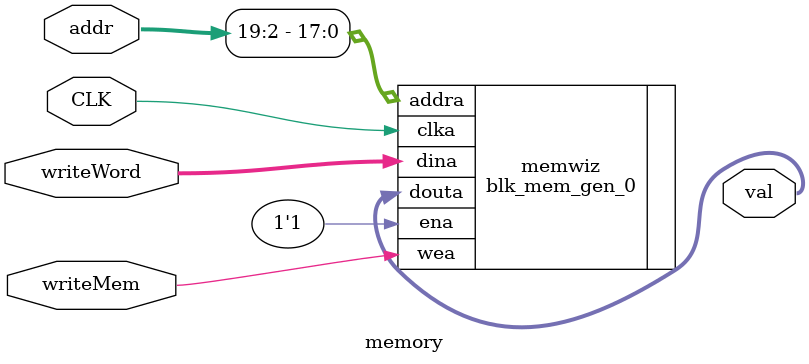
<source format=sv>
`timescale 1ns / 1ps

module memory(
    input logic CLK,
    input logic[31:0] addr,
    input logic writeMem,
    input logic[31:0] writeWord,
    output logic[31:0] val
    );
    /*
    blk_mem_gen_1 memwiz(
      .addra(addr[11:2]),
      .clka(CLK),
      .dina(writeWord),
      .douta(val),
      .ena(1'b1),
      .wea(writeMem)
      );*/
    blk_mem_gen_0 memwiz(
      .addra(addr[19:2]),
      .clka(CLK),
      .dina(writeWord),
      .douta(val),
      .ena(1'b1),
      .wea(writeMem)
      );
/*
    logic[7:0] mem[0:199];
    initial begin
mem[0] <= 8'b00000000;mem[1] <= 8'b00000000;mem[2] <= 8'b00000000;mem[3] <= 8'b00011100;mem[4] <= 8'b00111111;mem[5] <= 8'b11000110;mem[6] <= 8'b01100110;mem[7] <= 8'b01100110;mem[8] <= 8'b00111111;mem[9] <= 8'b10111001;mem[10] <= 8'b10011001;mem[11] <= 8'b10011010;mem[12] <= 8'b01000000;mem[13] <= 8'b00100000;mem[14] <= 8'b00000000;mem[15] <= 8'b00000000;mem[16] <= 8'b00111111;mem[17] <= 8'b11001100;mem[18] <= 8'b11001100;mem[19] <= 8'b11001101;mem[20] <= 8'b01000000;mem[21] <= 8'b10100110;mem[22] <= 8'b01100110;mem[23] <= 8'b01100110;mem[24] <= 8'b01000000;mem[25] <= 8'b00100110;mem[26] <= 8'b01100110;mem[27] <= 8'b01100110;mem[28] <= 8'b10011100;mem[29] <= 8'b00100000;mem[30] <= 8'b00000000;mem[31] <= 8'b00000100;mem[32] <= 8'b10011100;mem[33] <= 8'b01000000;mem[34] <= 8'b00000000;mem[35] <= 8'b00001000;mem[36] <= 8'b00100100;mem[37] <= 8'b01100010;mem[38] <= 8'b00001000;mem[39] <= 8'b00000000;mem[40] <= 8'b10011100;mem[41] <= 8'b10000000;mem[42] <= 8'b00000000;mem[43] <= 8'b00001100;mem[44] <= 8'b10011100;mem[45] <= 8'b10100000;mem[46] <= 8'b00000000;mem[47] <= 8'b00010000;mem[48] <= 8'b00101100;mem[49] <= 8'b11000100;mem[50] <= 8'b00101000;mem[51] <= 8'b00000000;mem[52] <= 8'b10011100;mem[53] <= 8'b11100000;mem[54] <= 8'b00000000;mem[55] <= 8'b00010100;mem[56] <= 8'b10011101;mem[57] <= 8'b00000000;mem[58] <= 8'b00000000;mem[59] <= 8'b00011000;mem[60] <= 8'b00110001;mem[61] <= 8'b00100111;mem[62] <= 8'b01000000;mem[63] <= 8'b00000000;mem[64] <= 8'b00101001;mem[65] <= 8'b01000010;mem[66] <= 8'b00001000;mem[67] <= 8'b00000000;mem[68] <= 8'b11001001;mem[69] <= 8'b01101010;mem[70] <= 8'b00000000;mem[71] <= 8'b00000000;mem[72] <= 8'b10110001;mem[73] <= 8'b10001010;mem[74] <= 8'b00000000;mem[75] <= 8'b00000000;mem[76] <= 8'b00110101;mem[77] <= 8'b01101100;mem[78] <= 8'b00000000;mem[79] <= 8'b00000000;mem[80] <= 8'b00100000;mem[81] <= 8'b00000000;mem[82] <= 8'b00000000;mem[83] <= 8'b01011000;mem[84] <= 8'b01111001;mem[85] <= 8'b00000000;mem[86] <= 8'b00000000;mem[87] <= 8'b00000100;mem[88] <= 8'b01111001;mem[89] <= 8'b00100000;mem[90] <= 8'b00000000;mem[91] <= 8'b01100100;mem[92] <= 8'b01111001;mem[93] <= 8'b01000000;mem[94] <= 8'b00000000;mem[95] <= 8'b10000000;mem[96] <= 8'b11010001;mem[97] <= 8'b01101010;mem[98] <= 8'b01001000;mem[99] <= 8'b00000000;mem[100] <= 8'b11000100;mem[101] <= 8'b01100000;mem[102] <= 8'b00000000;mem[103] <= 8'b00000001;mem[104] <= 8'b11000100;mem[105] <= 8'b11000000;mem[106] <= 8'b00000000;mem[107] <= 8'b00000001;mem[108] <= 8'b11000101;mem[109] <= 8'b00100000;mem[110] <= 8'b00000000;mem[111] <= 8'b00000001;mem[112] <= 8'b11000101;mem[113] <= 8'b01000000;mem[114] <= 8'b00000000;mem[115] <= 8'b00000001;mem[116] <= 8'b11000101;mem[117] <= 8'b01100000;mem[118] <= 8'b00000000;mem[119] <= 8'b00000001;mem[120] <= 8'b11000101;mem[121] <= 8'b10000000;mem[122] <= 8'b00000000;mem[123] <= 8'b00000001;mem[124] <= 8'b11000101;mem[125] <= 8'b01100000;mem[126] <= 8'b00000000;mem[127] <= 8'b00000000;mem[128] <= 8'b11011000;mem[129] <= 8'b00000000;mem[130] <= 8'b00000000;mem[131] <= 8'b00000000;
    end

//    blk_mem_gen_1 memor(
    always_ff @(posedge CLK) begin
      if(writeMem) begin
        {mem[addr],mem[addr+1],mem[addr+2],mem[addr+3]} <= writeWord;
        val<=writeWord;
      end else begin
        val<={mem[addr],mem[addr+1],mem[addr+2],mem[addr+3]};
      end
    end
    */
endmodule

/*
module memory(
    input logic CLK,
    input logic[31:0] addr,
    input logic writeMem,
    input logic[31:0] writeWord,
    output logic[31:0] val
    );
    logic[7:0] mem[0:100];
    integer some;
    always_ff @(posedge CLK) begin
      if(writeMem) begin
        {mem[addr],mem[addr+1],mem[addr+2],mem[addr+3]} <= writeWord;
        val<=writeWord;
      end else begin
        val<={mem[addr],mem[addr+1],mem[addr+2],mem[addr+3]};
      end
    end
endmodule


*/

</source>
